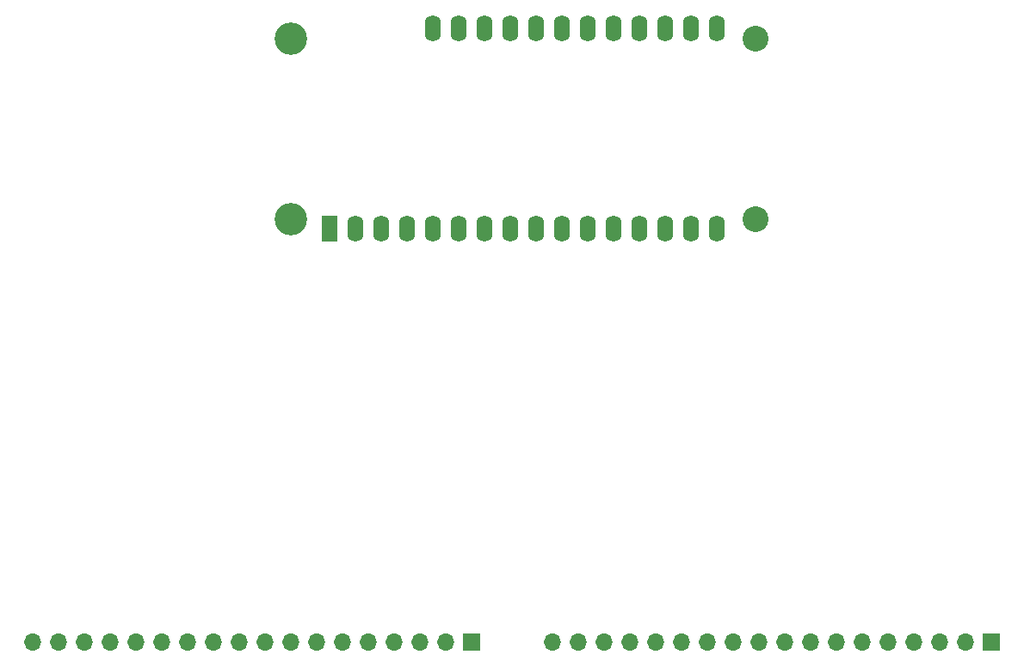
<source format=gbr>
%TF.GenerationSoftware,KiCad,Pcbnew,8.0.8*%
%TF.CreationDate,2025-11-20T00:17:19-08:00*%
%TF.ProjectId,PosturePad,506f7374-7572-4655-9061-642e6b696361,rev?*%
%TF.SameCoordinates,Original*%
%TF.FileFunction,Soldermask,Bot*%
%TF.FilePolarity,Negative*%
%FSLAX46Y46*%
G04 Gerber Fmt 4.6, Leading zero omitted, Abs format (unit mm)*
G04 Created by KiCad (PCBNEW 8.0.8) date 2025-11-20 00:17:19*
%MOMM*%
%LPD*%
G01*
G04 APERTURE LIST*
%ADD10R,1.700000X1.700000*%
%ADD11O,1.700000X1.700000*%
%ADD12C,3.200000*%
%ADD13C,2.540000*%
%ADD14R,1.600000X2.600000*%
%ADD15O,1.600000X2.600000*%
G04 APERTURE END LIST*
D10*
%TO.C,J2*%
X148440000Y-129000000D03*
D11*
X145900000Y-129000000D03*
X143360000Y-129000000D03*
X140820000Y-129000000D03*
X138280000Y-129000000D03*
X135740000Y-129000000D03*
X133200000Y-129000000D03*
X130660000Y-129000000D03*
X128120000Y-129000000D03*
X125580000Y-129000000D03*
X123040000Y-129000000D03*
X120500000Y-129000000D03*
X117960000Y-129000000D03*
X115420000Y-129000000D03*
X112880000Y-129000000D03*
X110340000Y-129000000D03*
X107800000Y-129000000D03*
X105260000Y-129000000D03*
%TD*%
D12*
%TO.C,A1*%
X130640000Y-87282500D03*
D13*
X176360000Y-87282500D03*
D12*
X130640000Y-69502500D03*
D13*
X176360000Y-69502500D03*
D14*
X134450000Y-88252500D03*
D15*
X136990000Y-88252500D03*
X139530000Y-88252500D03*
X142070000Y-88252500D03*
X144610000Y-88252500D03*
X147150000Y-88252500D03*
X149690000Y-88252500D03*
X152230000Y-88252500D03*
X154770000Y-88252500D03*
X157310000Y-88252500D03*
X159850000Y-88252500D03*
X162390000Y-88252500D03*
X164930000Y-88252500D03*
X167470000Y-88252500D03*
X170010000Y-88252500D03*
X172550000Y-88252500D03*
X172550000Y-68532500D03*
X170010000Y-68532500D03*
X167470000Y-68532500D03*
X164930000Y-68532500D03*
X162390000Y-68532500D03*
X159850000Y-68532500D03*
X157310000Y-68532500D03*
X154770000Y-68532500D03*
X152230000Y-68532500D03*
X149690000Y-68532500D03*
X147150000Y-68532500D03*
X144610000Y-68532500D03*
%TD*%
D10*
%TO.C,J1*%
X199560000Y-129000000D03*
D11*
X197020000Y-129000000D03*
X194480000Y-129000000D03*
X191940000Y-129000000D03*
X189400000Y-129000000D03*
X186860000Y-129000000D03*
X184320000Y-129000000D03*
X181780000Y-129000000D03*
X179240000Y-129000000D03*
X176700000Y-129000000D03*
X174160000Y-129000000D03*
X171620000Y-129000000D03*
X169080000Y-129000000D03*
X166540000Y-129000000D03*
X164000000Y-129000000D03*
X161460000Y-129000000D03*
X158920000Y-129000000D03*
X156380000Y-129000000D03*
%TD*%
M02*

</source>
